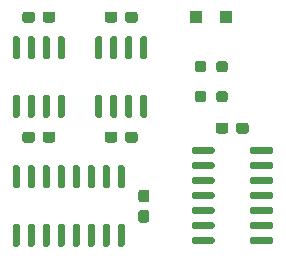
<source format=gbr>
%TF.GenerationSoftware,KiCad,Pcbnew,(5.1.10)-1*%
%TF.CreationDate,2021-10-05T19:45:30+09:00*%
%TF.ProjectId,mr8-iso-mux-sbus-4ws,6d72382d-6973-46f2-9d6d-75782d736275,1*%
%TF.SameCoordinates,Original*%
%TF.FileFunction,Paste,Top*%
%TF.FilePolarity,Positive*%
%FSLAX46Y46*%
G04 Gerber Fmt 4.6, Leading zero omitted, Abs format (unit mm)*
G04 Created by KiCad (PCBNEW (5.1.10)-1) date 2021-10-05 19:45:30*
%MOMM*%
%LPD*%
G01*
G04 APERTURE LIST*
%ADD10R,1.000000X1.000000*%
G04 APERTURE END LIST*
D10*
%TO.C,D1*%
X120543000Y-78740000D03*
X123043000Y-78740000D03*
%TD*%
%TO.C,C6*%
G36*
G01*
X106863000Y-78502500D02*
X106863000Y-78977500D01*
G75*
G02*
X106625500Y-79215000I-237500J0D01*
G01*
X106025500Y-79215000D01*
G75*
G02*
X105788000Y-78977500I0J237500D01*
G01*
X105788000Y-78502500D01*
G75*
G02*
X106025500Y-78265000I237500J0D01*
G01*
X106625500Y-78265000D01*
G75*
G02*
X106863000Y-78502500I0J-237500D01*
G01*
G37*
G36*
G01*
X108588000Y-78502500D02*
X108588000Y-78977500D01*
G75*
G02*
X108350500Y-79215000I-237500J0D01*
G01*
X107750500Y-79215000D01*
G75*
G02*
X107513000Y-78977500I0J237500D01*
G01*
X107513000Y-78502500D01*
G75*
G02*
X107750500Y-78265000I237500J0D01*
G01*
X108350500Y-78265000D01*
G75*
G02*
X108588000Y-78502500I0J-237500D01*
G01*
G37*
%TD*%
%TO.C,C5*%
G36*
G01*
X113848000Y-78502500D02*
X113848000Y-78977500D01*
G75*
G02*
X113610500Y-79215000I-237500J0D01*
G01*
X113010500Y-79215000D01*
G75*
G02*
X112773000Y-78977500I0J237500D01*
G01*
X112773000Y-78502500D01*
G75*
G02*
X113010500Y-78265000I237500J0D01*
G01*
X113610500Y-78265000D01*
G75*
G02*
X113848000Y-78502500I0J-237500D01*
G01*
G37*
G36*
G01*
X115573000Y-78502500D02*
X115573000Y-78977500D01*
G75*
G02*
X115335500Y-79215000I-237500J0D01*
G01*
X114735500Y-79215000D01*
G75*
G02*
X114498000Y-78977500I0J237500D01*
G01*
X114498000Y-78502500D01*
G75*
G02*
X114735500Y-78265000I237500J0D01*
G01*
X115335500Y-78265000D01*
G75*
G02*
X115573000Y-78502500I0J-237500D01*
G01*
G37*
%TD*%
%TO.C,U4*%
G36*
G01*
X108943000Y-85320000D02*
X109243000Y-85320000D01*
G75*
G02*
X109393000Y-85470000I0J-150000D01*
G01*
X109393000Y-87120000D01*
G75*
G02*
X109243000Y-87270000I-150000J0D01*
G01*
X108943000Y-87270000D01*
G75*
G02*
X108793000Y-87120000I0J150000D01*
G01*
X108793000Y-85470000D01*
G75*
G02*
X108943000Y-85320000I150000J0D01*
G01*
G37*
G36*
G01*
X107673000Y-85320000D02*
X107973000Y-85320000D01*
G75*
G02*
X108123000Y-85470000I0J-150000D01*
G01*
X108123000Y-87120000D01*
G75*
G02*
X107973000Y-87270000I-150000J0D01*
G01*
X107673000Y-87270000D01*
G75*
G02*
X107523000Y-87120000I0J150000D01*
G01*
X107523000Y-85470000D01*
G75*
G02*
X107673000Y-85320000I150000J0D01*
G01*
G37*
G36*
G01*
X106403000Y-85320000D02*
X106703000Y-85320000D01*
G75*
G02*
X106853000Y-85470000I0J-150000D01*
G01*
X106853000Y-87120000D01*
G75*
G02*
X106703000Y-87270000I-150000J0D01*
G01*
X106403000Y-87270000D01*
G75*
G02*
X106253000Y-87120000I0J150000D01*
G01*
X106253000Y-85470000D01*
G75*
G02*
X106403000Y-85320000I150000J0D01*
G01*
G37*
G36*
G01*
X105133000Y-85320000D02*
X105433000Y-85320000D01*
G75*
G02*
X105583000Y-85470000I0J-150000D01*
G01*
X105583000Y-87120000D01*
G75*
G02*
X105433000Y-87270000I-150000J0D01*
G01*
X105133000Y-87270000D01*
G75*
G02*
X104983000Y-87120000I0J150000D01*
G01*
X104983000Y-85470000D01*
G75*
G02*
X105133000Y-85320000I150000J0D01*
G01*
G37*
G36*
G01*
X105133000Y-80370000D02*
X105433000Y-80370000D01*
G75*
G02*
X105583000Y-80520000I0J-150000D01*
G01*
X105583000Y-82170000D01*
G75*
G02*
X105433000Y-82320000I-150000J0D01*
G01*
X105133000Y-82320000D01*
G75*
G02*
X104983000Y-82170000I0J150000D01*
G01*
X104983000Y-80520000D01*
G75*
G02*
X105133000Y-80370000I150000J0D01*
G01*
G37*
G36*
G01*
X106403000Y-80370000D02*
X106703000Y-80370000D01*
G75*
G02*
X106853000Y-80520000I0J-150000D01*
G01*
X106853000Y-82170000D01*
G75*
G02*
X106703000Y-82320000I-150000J0D01*
G01*
X106403000Y-82320000D01*
G75*
G02*
X106253000Y-82170000I0J150000D01*
G01*
X106253000Y-80520000D01*
G75*
G02*
X106403000Y-80370000I150000J0D01*
G01*
G37*
G36*
G01*
X107673000Y-80370000D02*
X107973000Y-80370000D01*
G75*
G02*
X108123000Y-80520000I0J-150000D01*
G01*
X108123000Y-82170000D01*
G75*
G02*
X107973000Y-82320000I-150000J0D01*
G01*
X107673000Y-82320000D01*
G75*
G02*
X107523000Y-82170000I0J150000D01*
G01*
X107523000Y-80520000D01*
G75*
G02*
X107673000Y-80370000I150000J0D01*
G01*
G37*
G36*
G01*
X108943000Y-80370000D02*
X109243000Y-80370000D01*
G75*
G02*
X109393000Y-80520000I0J-150000D01*
G01*
X109393000Y-82170000D01*
G75*
G02*
X109243000Y-82320000I-150000J0D01*
G01*
X108943000Y-82320000D01*
G75*
G02*
X108793000Y-82170000I0J150000D01*
G01*
X108793000Y-80520000D01*
G75*
G02*
X108943000Y-80370000I150000J0D01*
G01*
G37*
%TD*%
%TO.C,U3*%
G36*
G01*
X115928000Y-85320000D02*
X116228000Y-85320000D01*
G75*
G02*
X116378000Y-85470000I0J-150000D01*
G01*
X116378000Y-87120000D01*
G75*
G02*
X116228000Y-87270000I-150000J0D01*
G01*
X115928000Y-87270000D01*
G75*
G02*
X115778000Y-87120000I0J150000D01*
G01*
X115778000Y-85470000D01*
G75*
G02*
X115928000Y-85320000I150000J0D01*
G01*
G37*
G36*
G01*
X114658000Y-85320000D02*
X114958000Y-85320000D01*
G75*
G02*
X115108000Y-85470000I0J-150000D01*
G01*
X115108000Y-87120000D01*
G75*
G02*
X114958000Y-87270000I-150000J0D01*
G01*
X114658000Y-87270000D01*
G75*
G02*
X114508000Y-87120000I0J150000D01*
G01*
X114508000Y-85470000D01*
G75*
G02*
X114658000Y-85320000I150000J0D01*
G01*
G37*
G36*
G01*
X113388000Y-85320000D02*
X113688000Y-85320000D01*
G75*
G02*
X113838000Y-85470000I0J-150000D01*
G01*
X113838000Y-87120000D01*
G75*
G02*
X113688000Y-87270000I-150000J0D01*
G01*
X113388000Y-87270000D01*
G75*
G02*
X113238000Y-87120000I0J150000D01*
G01*
X113238000Y-85470000D01*
G75*
G02*
X113388000Y-85320000I150000J0D01*
G01*
G37*
G36*
G01*
X112118000Y-85320000D02*
X112418000Y-85320000D01*
G75*
G02*
X112568000Y-85470000I0J-150000D01*
G01*
X112568000Y-87120000D01*
G75*
G02*
X112418000Y-87270000I-150000J0D01*
G01*
X112118000Y-87270000D01*
G75*
G02*
X111968000Y-87120000I0J150000D01*
G01*
X111968000Y-85470000D01*
G75*
G02*
X112118000Y-85320000I150000J0D01*
G01*
G37*
G36*
G01*
X112118000Y-80370000D02*
X112418000Y-80370000D01*
G75*
G02*
X112568000Y-80520000I0J-150000D01*
G01*
X112568000Y-82170000D01*
G75*
G02*
X112418000Y-82320000I-150000J0D01*
G01*
X112118000Y-82320000D01*
G75*
G02*
X111968000Y-82170000I0J150000D01*
G01*
X111968000Y-80520000D01*
G75*
G02*
X112118000Y-80370000I150000J0D01*
G01*
G37*
G36*
G01*
X113388000Y-80370000D02*
X113688000Y-80370000D01*
G75*
G02*
X113838000Y-80520000I0J-150000D01*
G01*
X113838000Y-82170000D01*
G75*
G02*
X113688000Y-82320000I-150000J0D01*
G01*
X113388000Y-82320000D01*
G75*
G02*
X113238000Y-82170000I0J150000D01*
G01*
X113238000Y-80520000D01*
G75*
G02*
X113388000Y-80370000I150000J0D01*
G01*
G37*
G36*
G01*
X114658000Y-80370000D02*
X114958000Y-80370000D01*
G75*
G02*
X115108000Y-80520000I0J-150000D01*
G01*
X115108000Y-82170000D01*
G75*
G02*
X114958000Y-82320000I-150000J0D01*
G01*
X114658000Y-82320000D01*
G75*
G02*
X114508000Y-82170000I0J150000D01*
G01*
X114508000Y-80520000D01*
G75*
G02*
X114658000Y-80370000I150000J0D01*
G01*
G37*
G36*
G01*
X115928000Y-80370000D02*
X116228000Y-80370000D01*
G75*
G02*
X116378000Y-80520000I0J-150000D01*
G01*
X116378000Y-82170000D01*
G75*
G02*
X116228000Y-82320000I-150000J0D01*
G01*
X115928000Y-82320000D01*
G75*
G02*
X115778000Y-82170000I0J150000D01*
G01*
X115778000Y-80520000D01*
G75*
G02*
X115928000Y-80370000I150000J0D01*
G01*
G37*
%TD*%
%TO.C,U1*%
G36*
G01*
X125071000Y-90193000D02*
X125071000Y-89893000D01*
G75*
G02*
X125221000Y-89743000I150000J0D01*
G01*
X126871000Y-89743000D01*
G75*
G02*
X127021000Y-89893000I0J-150000D01*
G01*
X127021000Y-90193000D01*
G75*
G02*
X126871000Y-90343000I-150000J0D01*
G01*
X125221000Y-90343000D01*
G75*
G02*
X125071000Y-90193000I0J150000D01*
G01*
G37*
G36*
G01*
X125071000Y-91463000D02*
X125071000Y-91163000D01*
G75*
G02*
X125221000Y-91013000I150000J0D01*
G01*
X126871000Y-91013000D01*
G75*
G02*
X127021000Y-91163000I0J-150000D01*
G01*
X127021000Y-91463000D01*
G75*
G02*
X126871000Y-91613000I-150000J0D01*
G01*
X125221000Y-91613000D01*
G75*
G02*
X125071000Y-91463000I0J150000D01*
G01*
G37*
G36*
G01*
X125071000Y-92733000D02*
X125071000Y-92433000D01*
G75*
G02*
X125221000Y-92283000I150000J0D01*
G01*
X126871000Y-92283000D01*
G75*
G02*
X127021000Y-92433000I0J-150000D01*
G01*
X127021000Y-92733000D01*
G75*
G02*
X126871000Y-92883000I-150000J0D01*
G01*
X125221000Y-92883000D01*
G75*
G02*
X125071000Y-92733000I0J150000D01*
G01*
G37*
G36*
G01*
X125071000Y-94003000D02*
X125071000Y-93703000D01*
G75*
G02*
X125221000Y-93553000I150000J0D01*
G01*
X126871000Y-93553000D01*
G75*
G02*
X127021000Y-93703000I0J-150000D01*
G01*
X127021000Y-94003000D01*
G75*
G02*
X126871000Y-94153000I-150000J0D01*
G01*
X125221000Y-94153000D01*
G75*
G02*
X125071000Y-94003000I0J150000D01*
G01*
G37*
G36*
G01*
X125071000Y-95273000D02*
X125071000Y-94973000D01*
G75*
G02*
X125221000Y-94823000I150000J0D01*
G01*
X126871000Y-94823000D01*
G75*
G02*
X127021000Y-94973000I0J-150000D01*
G01*
X127021000Y-95273000D01*
G75*
G02*
X126871000Y-95423000I-150000J0D01*
G01*
X125221000Y-95423000D01*
G75*
G02*
X125071000Y-95273000I0J150000D01*
G01*
G37*
G36*
G01*
X125071000Y-96543000D02*
X125071000Y-96243000D01*
G75*
G02*
X125221000Y-96093000I150000J0D01*
G01*
X126871000Y-96093000D01*
G75*
G02*
X127021000Y-96243000I0J-150000D01*
G01*
X127021000Y-96543000D01*
G75*
G02*
X126871000Y-96693000I-150000J0D01*
G01*
X125221000Y-96693000D01*
G75*
G02*
X125071000Y-96543000I0J150000D01*
G01*
G37*
G36*
G01*
X125071000Y-97813000D02*
X125071000Y-97513000D01*
G75*
G02*
X125221000Y-97363000I150000J0D01*
G01*
X126871000Y-97363000D01*
G75*
G02*
X127021000Y-97513000I0J-150000D01*
G01*
X127021000Y-97813000D01*
G75*
G02*
X126871000Y-97963000I-150000J0D01*
G01*
X125221000Y-97963000D01*
G75*
G02*
X125071000Y-97813000I0J150000D01*
G01*
G37*
G36*
G01*
X120121000Y-97813000D02*
X120121000Y-97513000D01*
G75*
G02*
X120271000Y-97363000I150000J0D01*
G01*
X121921000Y-97363000D01*
G75*
G02*
X122071000Y-97513000I0J-150000D01*
G01*
X122071000Y-97813000D01*
G75*
G02*
X121921000Y-97963000I-150000J0D01*
G01*
X120271000Y-97963000D01*
G75*
G02*
X120121000Y-97813000I0J150000D01*
G01*
G37*
G36*
G01*
X120121000Y-96543000D02*
X120121000Y-96243000D01*
G75*
G02*
X120271000Y-96093000I150000J0D01*
G01*
X121921000Y-96093000D01*
G75*
G02*
X122071000Y-96243000I0J-150000D01*
G01*
X122071000Y-96543000D01*
G75*
G02*
X121921000Y-96693000I-150000J0D01*
G01*
X120271000Y-96693000D01*
G75*
G02*
X120121000Y-96543000I0J150000D01*
G01*
G37*
G36*
G01*
X120121000Y-95273000D02*
X120121000Y-94973000D01*
G75*
G02*
X120271000Y-94823000I150000J0D01*
G01*
X121921000Y-94823000D01*
G75*
G02*
X122071000Y-94973000I0J-150000D01*
G01*
X122071000Y-95273000D01*
G75*
G02*
X121921000Y-95423000I-150000J0D01*
G01*
X120271000Y-95423000D01*
G75*
G02*
X120121000Y-95273000I0J150000D01*
G01*
G37*
G36*
G01*
X120121000Y-94003000D02*
X120121000Y-93703000D01*
G75*
G02*
X120271000Y-93553000I150000J0D01*
G01*
X121921000Y-93553000D01*
G75*
G02*
X122071000Y-93703000I0J-150000D01*
G01*
X122071000Y-94003000D01*
G75*
G02*
X121921000Y-94153000I-150000J0D01*
G01*
X120271000Y-94153000D01*
G75*
G02*
X120121000Y-94003000I0J150000D01*
G01*
G37*
G36*
G01*
X120121000Y-92733000D02*
X120121000Y-92433000D01*
G75*
G02*
X120271000Y-92283000I150000J0D01*
G01*
X121921000Y-92283000D01*
G75*
G02*
X122071000Y-92433000I0J-150000D01*
G01*
X122071000Y-92733000D01*
G75*
G02*
X121921000Y-92883000I-150000J0D01*
G01*
X120271000Y-92883000D01*
G75*
G02*
X120121000Y-92733000I0J150000D01*
G01*
G37*
G36*
G01*
X120121000Y-91463000D02*
X120121000Y-91163000D01*
G75*
G02*
X120271000Y-91013000I150000J0D01*
G01*
X121921000Y-91013000D01*
G75*
G02*
X122071000Y-91163000I0J-150000D01*
G01*
X122071000Y-91463000D01*
G75*
G02*
X121921000Y-91613000I-150000J0D01*
G01*
X120271000Y-91613000D01*
G75*
G02*
X120121000Y-91463000I0J150000D01*
G01*
G37*
G36*
G01*
X120121000Y-90193000D02*
X120121000Y-89893000D01*
G75*
G02*
X120271000Y-89743000I150000J0D01*
G01*
X121921000Y-89743000D01*
G75*
G02*
X122071000Y-89893000I0J-150000D01*
G01*
X122071000Y-90193000D01*
G75*
G02*
X121921000Y-90343000I-150000J0D01*
G01*
X120271000Y-90343000D01*
G75*
G02*
X120121000Y-90193000I0J150000D01*
G01*
G37*
%TD*%
%TO.C,C4*%
G36*
G01*
X106863000Y-88662500D02*
X106863000Y-89137500D01*
G75*
G02*
X106625500Y-89375000I-237500J0D01*
G01*
X106025500Y-89375000D01*
G75*
G02*
X105788000Y-89137500I0J237500D01*
G01*
X105788000Y-88662500D01*
G75*
G02*
X106025500Y-88425000I237500J0D01*
G01*
X106625500Y-88425000D01*
G75*
G02*
X106863000Y-88662500I0J-237500D01*
G01*
G37*
G36*
G01*
X108588000Y-88662500D02*
X108588000Y-89137500D01*
G75*
G02*
X108350500Y-89375000I-237500J0D01*
G01*
X107750500Y-89375000D01*
G75*
G02*
X107513000Y-89137500I0J237500D01*
G01*
X107513000Y-88662500D01*
G75*
G02*
X107750500Y-88425000I237500J0D01*
G01*
X108350500Y-88425000D01*
G75*
G02*
X108588000Y-88662500I0J-237500D01*
G01*
G37*
%TD*%
%TO.C,C3*%
G36*
G01*
X113848000Y-88662500D02*
X113848000Y-89137500D01*
G75*
G02*
X113610500Y-89375000I-237500J0D01*
G01*
X113010500Y-89375000D01*
G75*
G02*
X112773000Y-89137500I0J237500D01*
G01*
X112773000Y-88662500D01*
G75*
G02*
X113010500Y-88425000I237500J0D01*
G01*
X113610500Y-88425000D01*
G75*
G02*
X113848000Y-88662500I0J-237500D01*
G01*
G37*
G36*
G01*
X115573000Y-88662500D02*
X115573000Y-89137500D01*
G75*
G02*
X115335500Y-89375000I-237500J0D01*
G01*
X114735500Y-89375000D01*
G75*
G02*
X114498000Y-89137500I0J237500D01*
G01*
X114498000Y-88662500D01*
G75*
G02*
X114735500Y-88425000I237500J0D01*
G01*
X115335500Y-88425000D01*
G75*
G02*
X115573000Y-88662500I0J-237500D01*
G01*
G37*
%TD*%
%TO.C,C2*%
G36*
G01*
X116315500Y-96142000D02*
X115840500Y-96142000D01*
G75*
G02*
X115603000Y-95904500I0J237500D01*
G01*
X115603000Y-95304500D01*
G75*
G02*
X115840500Y-95067000I237500J0D01*
G01*
X116315500Y-95067000D01*
G75*
G02*
X116553000Y-95304500I0J-237500D01*
G01*
X116553000Y-95904500D01*
G75*
G02*
X116315500Y-96142000I-237500J0D01*
G01*
G37*
G36*
G01*
X116315500Y-94417000D02*
X115840500Y-94417000D01*
G75*
G02*
X115603000Y-94179500I0J237500D01*
G01*
X115603000Y-93579500D01*
G75*
G02*
X115840500Y-93342000I237500J0D01*
G01*
X116315500Y-93342000D01*
G75*
G02*
X116553000Y-93579500I0J-237500D01*
G01*
X116553000Y-94179500D01*
G75*
G02*
X116315500Y-94417000I-237500J0D01*
G01*
G37*
%TD*%
%TO.C,C1*%
G36*
G01*
X123246000Y-87900500D02*
X123246000Y-88375500D01*
G75*
G02*
X123008500Y-88613000I-237500J0D01*
G01*
X122408500Y-88613000D01*
G75*
G02*
X122171000Y-88375500I0J237500D01*
G01*
X122171000Y-87900500D01*
G75*
G02*
X122408500Y-87663000I237500J0D01*
G01*
X123008500Y-87663000D01*
G75*
G02*
X123246000Y-87900500I0J-237500D01*
G01*
G37*
G36*
G01*
X124971000Y-87900500D02*
X124971000Y-88375500D01*
G75*
G02*
X124733500Y-88613000I-237500J0D01*
G01*
X124133500Y-88613000D01*
G75*
G02*
X123896000Y-88375500I0J237500D01*
G01*
X123896000Y-87900500D01*
G75*
G02*
X124133500Y-87663000I237500J0D01*
G01*
X124733500Y-87663000D01*
G75*
G02*
X124971000Y-87900500I0J-237500D01*
G01*
G37*
%TD*%
%TO.C,R2*%
G36*
G01*
X120393000Y-83168500D02*
X120393000Y-82693500D01*
G75*
G02*
X120630500Y-82456000I237500J0D01*
G01*
X121130500Y-82456000D01*
G75*
G02*
X121368000Y-82693500I0J-237500D01*
G01*
X121368000Y-83168500D01*
G75*
G02*
X121130500Y-83406000I-237500J0D01*
G01*
X120630500Y-83406000D01*
G75*
G02*
X120393000Y-83168500I0J237500D01*
G01*
G37*
G36*
G01*
X122218000Y-83168500D02*
X122218000Y-82693500D01*
G75*
G02*
X122455500Y-82456000I237500J0D01*
G01*
X122955500Y-82456000D01*
G75*
G02*
X123193000Y-82693500I0J-237500D01*
G01*
X123193000Y-83168500D01*
G75*
G02*
X122955500Y-83406000I-237500J0D01*
G01*
X122455500Y-83406000D01*
G75*
G02*
X122218000Y-83168500I0J237500D01*
G01*
G37*
%TD*%
%TO.C,R1*%
G36*
G01*
X121368000Y-85233500D02*
X121368000Y-85708500D01*
G75*
G02*
X121130500Y-85946000I-237500J0D01*
G01*
X120630500Y-85946000D01*
G75*
G02*
X120393000Y-85708500I0J237500D01*
G01*
X120393000Y-85233500D01*
G75*
G02*
X120630500Y-84996000I237500J0D01*
G01*
X121130500Y-84996000D01*
G75*
G02*
X121368000Y-85233500I0J-237500D01*
G01*
G37*
G36*
G01*
X123193000Y-85233500D02*
X123193000Y-85708500D01*
G75*
G02*
X122955500Y-85946000I-237500J0D01*
G01*
X122455500Y-85946000D01*
G75*
G02*
X122218000Y-85708500I0J237500D01*
G01*
X122218000Y-85233500D01*
G75*
G02*
X122455500Y-84996000I237500J0D01*
G01*
X122955500Y-84996000D01*
G75*
G02*
X123193000Y-85233500I0J-237500D01*
G01*
G37*
%TD*%
%TO.C,U2*%
G36*
G01*
X114023000Y-96242000D02*
X114323000Y-96242000D01*
G75*
G02*
X114473000Y-96392000I0J-150000D01*
G01*
X114473000Y-98042000D01*
G75*
G02*
X114323000Y-98192000I-150000J0D01*
G01*
X114023000Y-98192000D01*
G75*
G02*
X113873000Y-98042000I0J150000D01*
G01*
X113873000Y-96392000D01*
G75*
G02*
X114023000Y-96242000I150000J0D01*
G01*
G37*
G36*
G01*
X112753000Y-96242000D02*
X113053000Y-96242000D01*
G75*
G02*
X113203000Y-96392000I0J-150000D01*
G01*
X113203000Y-98042000D01*
G75*
G02*
X113053000Y-98192000I-150000J0D01*
G01*
X112753000Y-98192000D01*
G75*
G02*
X112603000Y-98042000I0J150000D01*
G01*
X112603000Y-96392000D01*
G75*
G02*
X112753000Y-96242000I150000J0D01*
G01*
G37*
G36*
G01*
X111483000Y-96242000D02*
X111783000Y-96242000D01*
G75*
G02*
X111933000Y-96392000I0J-150000D01*
G01*
X111933000Y-98042000D01*
G75*
G02*
X111783000Y-98192000I-150000J0D01*
G01*
X111483000Y-98192000D01*
G75*
G02*
X111333000Y-98042000I0J150000D01*
G01*
X111333000Y-96392000D01*
G75*
G02*
X111483000Y-96242000I150000J0D01*
G01*
G37*
G36*
G01*
X110213000Y-96242000D02*
X110513000Y-96242000D01*
G75*
G02*
X110663000Y-96392000I0J-150000D01*
G01*
X110663000Y-98042000D01*
G75*
G02*
X110513000Y-98192000I-150000J0D01*
G01*
X110213000Y-98192000D01*
G75*
G02*
X110063000Y-98042000I0J150000D01*
G01*
X110063000Y-96392000D01*
G75*
G02*
X110213000Y-96242000I150000J0D01*
G01*
G37*
G36*
G01*
X108943000Y-96242000D02*
X109243000Y-96242000D01*
G75*
G02*
X109393000Y-96392000I0J-150000D01*
G01*
X109393000Y-98042000D01*
G75*
G02*
X109243000Y-98192000I-150000J0D01*
G01*
X108943000Y-98192000D01*
G75*
G02*
X108793000Y-98042000I0J150000D01*
G01*
X108793000Y-96392000D01*
G75*
G02*
X108943000Y-96242000I150000J0D01*
G01*
G37*
G36*
G01*
X107673000Y-96242000D02*
X107973000Y-96242000D01*
G75*
G02*
X108123000Y-96392000I0J-150000D01*
G01*
X108123000Y-98042000D01*
G75*
G02*
X107973000Y-98192000I-150000J0D01*
G01*
X107673000Y-98192000D01*
G75*
G02*
X107523000Y-98042000I0J150000D01*
G01*
X107523000Y-96392000D01*
G75*
G02*
X107673000Y-96242000I150000J0D01*
G01*
G37*
G36*
G01*
X106403000Y-96242000D02*
X106703000Y-96242000D01*
G75*
G02*
X106853000Y-96392000I0J-150000D01*
G01*
X106853000Y-98042000D01*
G75*
G02*
X106703000Y-98192000I-150000J0D01*
G01*
X106403000Y-98192000D01*
G75*
G02*
X106253000Y-98042000I0J150000D01*
G01*
X106253000Y-96392000D01*
G75*
G02*
X106403000Y-96242000I150000J0D01*
G01*
G37*
G36*
G01*
X105133000Y-96242000D02*
X105433000Y-96242000D01*
G75*
G02*
X105583000Y-96392000I0J-150000D01*
G01*
X105583000Y-98042000D01*
G75*
G02*
X105433000Y-98192000I-150000J0D01*
G01*
X105133000Y-98192000D01*
G75*
G02*
X104983000Y-98042000I0J150000D01*
G01*
X104983000Y-96392000D01*
G75*
G02*
X105133000Y-96242000I150000J0D01*
G01*
G37*
G36*
G01*
X105133000Y-91292000D02*
X105433000Y-91292000D01*
G75*
G02*
X105583000Y-91442000I0J-150000D01*
G01*
X105583000Y-93092000D01*
G75*
G02*
X105433000Y-93242000I-150000J0D01*
G01*
X105133000Y-93242000D01*
G75*
G02*
X104983000Y-93092000I0J150000D01*
G01*
X104983000Y-91442000D01*
G75*
G02*
X105133000Y-91292000I150000J0D01*
G01*
G37*
G36*
G01*
X106403000Y-91292000D02*
X106703000Y-91292000D01*
G75*
G02*
X106853000Y-91442000I0J-150000D01*
G01*
X106853000Y-93092000D01*
G75*
G02*
X106703000Y-93242000I-150000J0D01*
G01*
X106403000Y-93242000D01*
G75*
G02*
X106253000Y-93092000I0J150000D01*
G01*
X106253000Y-91442000D01*
G75*
G02*
X106403000Y-91292000I150000J0D01*
G01*
G37*
G36*
G01*
X107673000Y-91292000D02*
X107973000Y-91292000D01*
G75*
G02*
X108123000Y-91442000I0J-150000D01*
G01*
X108123000Y-93092000D01*
G75*
G02*
X107973000Y-93242000I-150000J0D01*
G01*
X107673000Y-93242000D01*
G75*
G02*
X107523000Y-93092000I0J150000D01*
G01*
X107523000Y-91442000D01*
G75*
G02*
X107673000Y-91292000I150000J0D01*
G01*
G37*
G36*
G01*
X108943000Y-91292000D02*
X109243000Y-91292000D01*
G75*
G02*
X109393000Y-91442000I0J-150000D01*
G01*
X109393000Y-93092000D01*
G75*
G02*
X109243000Y-93242000I-150000J0D01*
G01*
X108943000Y-93242000D01*
G75*
G02*
X108793000Y-93092000I0J150000D01*
G01*
X108793000Y-91442000D01*
G75*
G02*
X108943000Y-91292000I150000J0D01*
G01*
G37*
G36*
G01*
X110213000Y-91292000D02*
X110513000Y-91292000D01*
G75*
G02*
X110663000Y-91442000I0J-150000D01*
G01*
X110663000Y-93092000D01*
G75*
G02*
X110513000Y-93242000I-150000J0D01*
G01*
X110213000Y-93242000D01*
G75*
G02*
X110063000Y-93092000I0J150000D01*
G01*
X110063000Y-91442000D01*
G75*
G02*
X110213000Y-91292000I150000J0D01*
G01*
G37*
G36*
G01*
X111483000Y-91292000D02*
X111783000Y-91292000D01*
G75*
G02*
X111933000Y-91442000I0J-150000D01*
G01*
X111933000Y-93092000D01*
G75*
G02*
X111783000Y-93242000I-150000J0D01*
G01*
X111483000Y-93242000D01*
G75*
G02*
X111333000Y-93092000I0J150000D01*
G01*
X111333000Y-91442000D01*
G75*
G02*
X111483000Y-91292000I150000J0D01*
G01*
G37*
G36*
G01*
X112753000Y-91292000D02*
X113053000Y-91292000D01*
G75*
G02*
X113203000Y-91442000I0J-150000D01*
G01*
X113203000Y-93092000D01*
G75*
G02*
X113053000Y-93242000I-150000J0D01*
G01*
X112753000Y-93242000D01*
G75*
G02*
X112603000Y-93092000I0J150000D01*
G01*
X112603000Y-91442000D01*
G75*
G02*
X112753000Y-91292000I150000J0D01*
G01*
G37*
G36*
G01*
X114023000Y-91292000D02*
X114323000Y-91292000D01*
G75*
G02*
X114473000Y-91442000I0J-150000D01*
G01*
X114473000Y-93092000D01*
G75*
G02*
X114323000Y-93242000I-150000J0D01*
G01*
X114023000Y-93242000D01*
G75*
G02*
X113873000Y-93092000I0J150000D01*
G01*
X113873000Y-91442000D01*
G75*
G02*
X114023000Y-91292000I150000J0D01*
G01*
G37*
%TD*%
M02*

</source>
